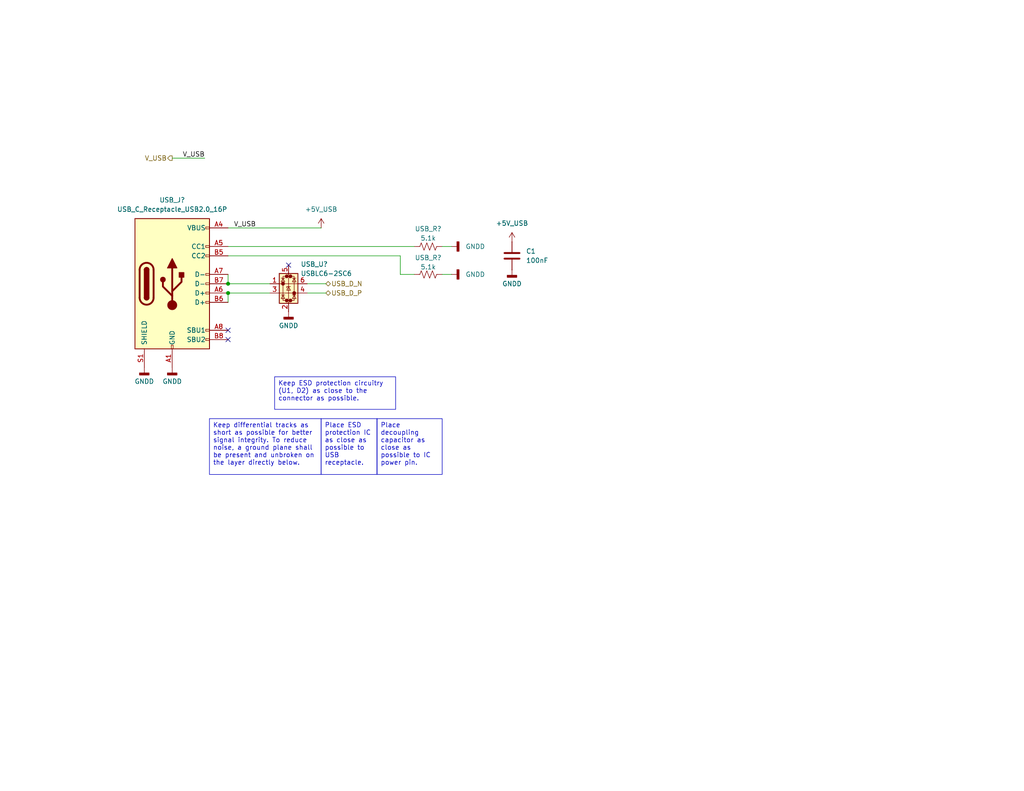
<source format=kicad_sch>
(kicad_sch (version 20250114) (generator "eeschema") (generator_version "9.0")
  (paper "USLetter")
  (title_block (title "Control Module Rev2") (date "2026-02-10") (rev "2.0") (company "Rowan Rocketry"))
  (lib_symbols
    (symbol "Connector:USB_C_Receptacle_USB2.0_16P" (pin_names (offset 1.016))
      (property "Reference" "J" (at 0 22.225 0))
      (property "Value" "USB_C_Receptacle_USB2.0_16P" (at 0 19.685 0))
      (symbol "USB_C_Receptacle_USB2.0_16P_0_0"
        (rectangle (start -0.254 -17.78) (end 0.254 -16.764))
        (rectangle (start 10.16 15.494) (end 9.144 14.986))
        (rectangle (start 10.16 10.414) (end 9.144 9.906))
        (rectangle (start 10.16 7.874) (end 9.144 7.366))
        (rectangle (start 10.16 2.794) (end 9.144 2.286))
        (rectangle (start 10.16 0.254) (end 9.144 -0.254))
        (rectangle (start 10.16 -2.286) (end 9.144 -2.794))
        (rectangle (start 10.16 -4.826) (end 9.144 -5.334))
        (rectangle (start 10.16 -12.446) (end 9.144 -12.954))
        (rectangle (start 10.16 -14.986) (end 9.144 -15.494))
      )
      (symbol "USB_C_Receptacle_USB2.0_16P_0_1"
        (rectangle (start -10.16 17.78) (end 10.16 -17.78) (stroke (width 0.254)) (fill (type background)))
        (polyline (pts (xy -8.89 -3.81) (xy -8.89 3.81)) (stroke (width 0.508)))
        (rectangle (start -7.62 -3.81) (end -6.35 3.81) (stroke (width 0.254)) (fill (type outline)))
        (arc (start -7.62 3.81) (mid -6.985 4.4423) (end -6.35 3.81) (stroke (width 0.254)))
        (arc (start -7.62 3.81) (mid -6.985 4.4423) (end -6.35 3.81) (stroke (width 0.254)) (fill (type outline)))
        (arc (start -8.89 3.81) (mid -6.985 5.7067) (end -5.08 3.81) (stroke (width 0.508)))
        (arc (start -5.08 -3.81) (mid -6.985 -5.7067) (end -8.89 -3.81) (stroke (width 0.508)))
        (arc (start -6.35 -3.81) (mid -6.985 -4.4423) (end -7.62 -3.81) (stroke (width 0.254)))
        (arc (start -6.35 -3.81) (mid -6.985 -4.4423) (end -7.62 -3.81) (stroke (width 0.254)) (fill (type outline)))
        (polyline (pts (xy -5.08 3.81) (xy -5.08 -3.81)) (stroke (width 0.508)))
        (circle (center -2.54 1.143) (radius 0.635) (stroke (width 0.254)) (fill (type outline)))
        (polyline (pts (xy -1.27 4.318) (xy 0 6.858) (xy 1.27 4.318) (xy -1.27 4.318)) (stroke (width 0.254)) (fill (type outline)))
        (polyline (pts (xy 0 -2.032) (xy 2.54 0.508) (xy 2.54 1.778)) (stroke (width 0.508)))
        (polyline (pts (xy 0 -3.302) (xy -2.54 -0.762) (xy -2.54 0.508)) (stroke (width 0.508)))
        (polyline (pts (xy 0 -5.842) (xy 0 4.318)) (stroke (width 0.508)))
        (circle (center 0 -5.842) (radius 1.27) (fill (type outline)))
        (rectangle (start 1.905 1.778) (end 3.175 3.048) (stroke (width 0.254)) (fill (type outline)))
      )
      (symbol "USB_C_Receptacle_USB2.0_16P_1_1"
        (pin passive line (at -7.62 -22.86 90) (length 5.08) (name "SHIELD") (number "S1"))
        (pin passive line (at 0 -22.86 90) (length 5.08) (name "GND") (number "A1"))
        (pin passive line (at 0 -22.86 90) (length 5.08) (hide yes) (name "GND") (number "A12"))
        (pin passive line (at 0 -22.86 90) (length 5.08) (hide yes) (name "GND") (number "B1"))
        (pin passive line (at 0 -22.86 90) (length 5.08) (hide yes) (name "GND") (number "B12"))
        (pin passive line (at 15.24 15.24 180) (length 5.08) (name "VBUS") (number "A4"))
        (pin passive line (at 15.24 15.24 180) (length 5.08) (hide yes) (name "VBUS") (number "A9"))
        (pin passive line (at 15.24 15.24 180) (length 5.08) (hide yes) (name "VBUS") (number "B4"))
        (pin passive line (at 15.24 15.24 180) (length 5.08) (hide yes) (name "VBUS") (number "B9"))
        (pin bidirectional line (at 15.24 10.16 180) (length 5.08) (name "CC1") (number "A5"))
        (pin bidirectional line (at 15.24 7.62 180) (length 5.08) (name "CC2") (number "B5"))
        (pin bidirectional line (at 15.24 2.54 180) (length 5.08) (name "D-") (number "A7"))
        (pin bidirectional line (at 15.24 0 180) (length 5.08) (name "D-") (number "B7"))
        (pin bidirectional line (at 15.24 -2.54 180) (length 5.08) (name "D+") (number "A6"))
        (pin bidirectional line (at 15.24 -5.08 180) (length 5.08) (name "D+") (number "B6"))
        (pin bidirectional line (at 15.24 -12.7 180) (length 5.08) (name "SBU1") (number "A8"))
        (pin bidirectional line (at 15.24 -15.24 180) (length 5.08) (name "SBU2") (number "B8"))
      )
    )
    (symbol "Device:C" (pin_numbers (hide yes)) (pin_names (offset 0.254))
      (property "Reference" "C" (at 0.635 2.54 0))
      (property "Value" "C" (at 0.635 -2.54 0))
      (symbol "C_0_1"
        (polyline (pts (xy -2.032 0.762) (xy 2.032 0.762)) (stroke (width 0.508)))
        (polyline (pts (xy -2.032 -0.762) (xy 2.032 -0.762)) (stroke (width 0.508)))
      )
      (symbol "C_1_1"
        (pin passive line (at 0 3.81 270) (length 2.794) (name "~") (number "1"))
        (pin passive line (at 0 -3.81 90) (length 2.794) (name "~") (number "2"))
      )
    )
    (symbol "Device:R_US" (pin_numbers (hide yes)) (pin_names (offset 0))
      (property "Reference" "R" (at 2.54 0 90))
      (property "Value" "R_US" (at -2.54 0 90))
      (symbol "R_US_0_1"
        (polyline (pts (xy 0 2.286) (xy 0 2.54)))
        (polyline (pts (xy 0 2.286) (xy 1.016 1.905) (xy 0 1.524) (xy -1.016 1.143) (xy 0 0.762)))
        (polyline (pts (xy 0 0.762) (xy 1.016 0.381) (xy 0 0) (xy -1.016 -0.381) (xy 0 -0.762)))
        (polyline (pts (xy 0 -0.762) (xy 1.016 -1.143) (xy 0 -1.524) (xy -1.016 -1.905) (xy 0 -2.286)))
        (polyline (pts (xy 0 -2.286) (xy 0 -2.54)))
      )
      (symbol "R_US_1_1"
        (pin passive line (at 0 3.81 270) (length 1.27) (name "~") (number "1"))
        (pin passive line (at 0 -3.81 90) (length 1.27) (name "~") (number "2"))
      )
    )
    (symbol "Power_Protection:USBLC6-2SC6" (pin_names (hide yes))
      (property "Reference" "U" (at 0.635 5.715 0))
      (property "Value" "USBLC6-2SC6" (at 0.635 3.81 0))
      (symbol "USBLC6-2SC6_0_0"
        (circle (center -1.524 0) (radius 0.0001) (stroke (width 0.508)))
        (circle (center -0.508 2.032) (radius 0.0001) (stroke (width 0.508)))
        (circle (center -0.508 -4.572) (radius 0.0001) (stroke (width 0.508)))
        (circle (center 0.508 2.032) (radius 0.0001) (stroke (width 0.508)))
        (circle (center 0.508 -4.572) (radius 0.0001) (stroke (width 0.508)))
        (circle (center 1.524 -2.54) (radius 0.0001) (stroke (width 0.508)))
      )
      (symbol "USBLC6-2SC6_0_1"
        (polyline (pts (xy -2.54 0) (xy 2.54 0)))
        (polyline (pts (xy -2.54 -2.54) (xy 2.54 -2.54)))
        (polyline (pts (xy -2.032 0.508) (xy -1.016 0.508) (xy -1.524 1.524) (xy -2.032 0.508)))
        (polyline (pts (xy -2.032 -3.048) (xy -1.016 -3.048)))
        (polyline (pts (xy -1.016 1.524) (xy -2.032 1.524)))
        (polyline (pts (xy -1.016 -4.064) (xy -2.032 -4.064) (xy -1.524 -3.048) (xy -1.016 -4.064)))
        (polyline (pts (xy -0.508 -1.143) (xy -0.508 -0.762) (xy 0.508 -0.762)))
        (polyline (pts (xy 0 2.54) (xy -0.508 2.032) (xy 0.508 2.032) (xy 0 1.524) (xy 0 -4.064) (xy -0.508 -4.572) (xy 0.508 -4.572) (xy 0 -5.08)))
        (polyline (pts (xy 0.508 -1.778) (xy -0.508 -1.778) (xy 0 -0.762) (xy 0.508 -1.778)))
        (polyline (pts (xy 1.016 1.524) (xy 2.032 1.524)))
        (polyline (pts (xy 1.016 -3.048) (xy 2.032 -3.048)))
        (polyline (pts (xy 2.032 0.508) (xy 1.016 0.508) (xy 1.524 1.524) (xy 2.032 0.508)))
        (polyline (pts (xy 2.032 -4.064) (xy 1.016 -4.064) (xy 1.524 -3.048) (xy 2.032 -4.064)))
      )
      (symbol "USBLC6-2SC6_1_1"
        (rectangle (start -2.54 2.794) (end 2.54 -5.334) (stroke (width 0.254)) (fill (type background)))
        (polyline (pts (xy -0.508 2.032) (xy -1.524 2.032) (xy -1.524 -4.572) (xy -0.508 -4.572)))
        (polyline (pts (xy 0.508 -4.572) (xy 1.524 -4.572) (xy 1.524 2.032) (xy 0.508 2.032)))
        (pin passive line (at -5.08 0 0) (length 2.54) (name "I/O1") (number "1"))
        (pin passive line (at -5.08 -2.54 0) (length 2.54) (name "I/O2") (number "3"))
        (pin passive line (at 0 5.08 270) (length 2.54) (name "VBUS") (number "5"))
        (pin passive line (at 0 -7.62 90) (length 2.54) (name "GND") (number "2"))
        (pin passive line (at 5.08 0 180) (length 2.54) (name "I/O1") (number "6"))
        (pin passive line (at 5.08 -2.54 180) (length 2.54) (name "I/O2") (number "4"))
      )
    )
    (symbol "power:+5V" (power) (pin_numbers (hide yes)) (pin_names (offset 0) (hide yes))
      (property "Value" "+5V" (at 0 3.556 0))
      (symbol "+5V_0_1"
        (polyline (pts (xy -0.762 1.27) (xy 0 2.54)))
        (polyline (pts (xy 0 2.54) (xy 0.762 1.27)))
        (polyline (pts (xy 0 0) (xy 0 2.54)))
      )
      (symbol "+5V_1_1"
        (pin power_in line (at 0 0 90) (length 0) (name "~") (number "1"))
      )
    )
    (symbol "power:GNDD" (power) (pin_numbers (hide yes)) (pin_names (offset 0) (hide yes))
      (property "Value" "GNDD" (at 0 -3.175 0))
      (symbol "GNDD_0_1"
        (rectangle (start -1.27 -1.524) (end 1.27 -2.032) (stroke (width 0.254)) (fill (type outline)))
        (polyline (pts (xy 0 0) (xy 0 -1.524)))
      )
      (symbol "GNDD_1_1"
        (pin power_in line (at 0 0 270) (length 0) (name "~") (number "1"))
      )
    )
  )
  (text_box "Place decoupling capacitor as close as possible to IC power pin." (at 102.87 114.3 0) (size 17.78 15.24) (margins 0.9525 0.9525 0.9525 0.9525) (effects (font (size 1.27 1.27)) (justify left top)))
  (text_box "Keep differential tracks as short as possible for better signal integrity. To reduce noise, a ground plane shall be present and unbroken on the layer directly below." (at 57.15 114.3 0) (size 30.48 15.24) (margins 0.9525 0.9525 0.9525 0.9525) (effects (font (size 1.27 1.27)) (justify left top)))
  (text_box "Place ESD protection IC as close as possible to USB receptacle." (at 87.63 114.3 0) (size 15.24 15.24) (margins 0.9525 0.9525 0.9525 0.9525) (effects (font (size 1.27 1.27)) (justify left top)))
  (text_box "Keep ESD protection circuitry (U1, D2) as close to the connector as possible." (at 74.93 102.87 0) (size 33.02 8.89) (margins 0.9525 0.9525 0.9525 0.9525) (effects (font (size 1.27 1.27)) (justify left top)))
  (junction (at 62.23 77.47))
  (junction (at 62.23 80.01))
  (no_connect (at 78.74 72.39))
  (no_connect (at 62.23 90.17))
  (no_connect (at 62.23 92.71))
  (wire (pts (xy 55.88 43.18) (xy 46.99 43.18)))
  (wire (pts (xy 120.65 74.93) (xy 123.19 74.93)))
  (wire (pts (xy 83.82 80.01) (xy 88.9 80.01)))
  (wire (pts (xy 62.23 80.01) (xy 73.66 80.01)))
  (wire (pts (xy 109.22 69.85) (xy 109.22 74.93)))
  (wire (pts (xy 83.82 77.47) (xy 88.9 77.47)))
  (wire (pts (xy 62.23 69.85) (xy 109.22 69.85)))
  (wire (pts (xy 62.23 74.93) (xy 62.23 77.47)))
  (wire (pts (xy 120.65 67.31) (xy 123.19 67.31)))
  (wire (pts (xy 62.23 62.23) (xy 87.63 62.23)))
  (wire (pts (xy 62.23 82.55) (xy 62.23 80.01)))
  (wire (pts (xy 109.22 74.93) (xy 113.03 74.93)))
  (wire (pts (xy 62.23 67.31) (xy 113.03 67.31)))
  (wire (pts (xy 62.23 77.47) (xy 73.66 77.47)))
  (label "V_USB" (at 69.85 62.23 180))
  (label "V_USB" (at 55.88 43.18 180))
  (hierarchical_label "USB_D_N" (shape bidirectional) (at 88.9 77.47 0))
  (hierarchical_label "V_USB" (shape output) (at 46.99 43.18 180))
  (hierarchical_label "USB_D_P" (shape bidirectional) (at 88.9 80.01 0))
  (symbol (lib_id "Power_Protection:USBLC6-2SC6") (at 78.74 77.47 0) (unit 1)
    (property "Reference" "U2" (at 82.042 72.136 0) (effects (justify left)))
    (property "Value" "USBLC6-2SC6" (at 82.042 74.676 0) (effects (justify left)))
    (property "Footprint" "Package_TO_SOT_SMD:SOT-23-6" (effects (hide yes)))
    (property "Datasheet" "https://www.st.com/resource/en/datasheet/usblc6-2.pdf" (effects (hide yes)))
    (property "Description" "Very low capacitance ESD protection diode, 2 data-line, SOT-23-6" (effects (hide yes)))
    (property "Purchase" "https://www.digikey.com/en/products/detail/stmicroelectronics/USBLC6-2SC6/1040559" (effects (hide yes)))
    (instances (project "Radio-Module" (path "" (reference "USB_U?") (unit 1))) (project "Radio-Module" (path "" (reference "U2") (unit 1))) (project "Main-Module" (path "" (reference "USB_U1") (unit 1))))
  )
  (symbol (lib_id "Connector:USB_C_Receptacle_USB2.0_16P") (at 46.99 77.47 0) (unit 1)
    (property "Reference" "J3" (at 46.99 54.61 0))
    (property "Value" "USB_C_Receptacle_USB2.0_16P" (at 46.99 57.15 0))
    (property "Footprint" "Connector_USB:USB_C_Receptacle_GCT_USB4105-xx-A_16P_TopMnt_Horizontal" (effects (hide yes)))
    (property "Datasheet" "https://www.usb.org/sites/default/files/documents/usb_type-c.zip" (effects (hide yes)))
    (property "Description" "USB 2.0-only 16P Type-C Receptacle connector" (effects (hide yes)))
    (property "Purchase" "https://www.digikey.com/en/products/detail/gct/USB4105-GF-A/11198441" (effects (hide yes)))
    (instances (project "Radio-Module" (path "" (reference "USB_J?") (unit 1))) (project "Radio-Module" (path "" (reference "J3") (unit 1))) (project "Main-Module" (path "" (reference "USB_J1") (unit 1))))
  )
  (symbol (lib_id "power:GNDD") (at 46.99 100.33 0) (unit 1)
    (property "Reference" "#PWR031" (effects (hide yes)))
    (property "Value" "GNDD" (at 46.99 104.14 0))
    (property "Description" "Power symbol creates a global label with name \"GNDD\" , digital ground" (effects (hide yes)))
    (instances (project "Radio-Module" (path "" (reference "#PWR?") (unit 1))) (project "Radio-Module" (path "" (reference "#PWR031") (unit 1))) (project "Main-Module" (path "" (reference "#PWR037") (unit 1))))
  )
  (symbol (lib_id "power:GNDD") (at 139.7 73.66 0) (unit 1)
    (property "Reference" "#PWR037" (effects (hide yes)))
    (property "Value" "GNDD" (at 139.7 77.47 0))
    (property "Description" "Power symbol creates a global label with name \"GNDD\" , digital ground" (effects (hide yes)))
  )
  (symbol (lib_id "power:GNDD") (at 39.37 100.33 0) (unit 1)
    (property "Reference" "#PWR030" (effects (hide yes)))
    (property "Value" "GNDD" (at 39.37 104.14 0))
    (property "Description" "Power symbol creates a global label with name \"GNDD\" , digital ground" (effects (hide yes)))
    (instances (project "Radio-Module" (path "" (reference "#PWR?") (unit 1))) (project "Radio-Module" (path "" (reference "#PWR030") (unit 1))) (project "Main-Module" (path "" (reference "#PWR036") (unit 1))))
  )
  (symbol (lib_id "power:+5V") (at 87.63 62.23 0) (unit 1)
    (property "Reference" "#PWR033" (effects (hide yes)))
    (property "Value" "+5V_USB" (at 87.63 57.15 0))
    (property "Description" "Power symbol creates a global label with name \"+5V\"" (effects (hide yes)))
  )
  (symbol (lib_id "Device:R_US") (at 116.84 74.93 90) (unit 1)
    (property "Reference" "R7" (at 116.84 70.358 90))
    (property "Value" "5.1k" (at 116.84 72.898 90))
    (property "Footprint" "Resistor_SMD:R_0603_1608Metric" (effects (hide yes)))
    (property "Description" "Resistor, US symbol" (effects (hide yes)))
    (instances (project "Radio-Module" (path "" (reference "USB_R?") (unit 1))) (project "Radio-Module" (path "" (reference "R7") (unit 1))) (project "Main-Module" (path "" (reference "USB_R2") (unit 1))))
  )
  (symbol (lib_id "Device:R_US") (at 116.84 67.31 90) (unit 1)
    (property "Reference" "R6" (at 116.84 62.484 90))
    (property "Value" "5.1k" (at 116.84 65.024 90))
    (property "Footprint" "Resistor_SMD:R_0603_1608Metric" (effects (hide yes)))
    (property "Description" "Resistor, US symbol" (effects (hide yes)))
    (instances (project "Radio-Module" (path "" (reference "USB_R?") (unit 1))) (project "Radio-Module" (path "" (reference "R6") (unit 1))) (project "Main-Module" (path "" (reference "USB_R1") (unit 1))))
  )
  (symbol (lib_id "power:+5V") (at 139.7 66.04 0) (unit 1)
    (property "Reference" "#PWR036" (effects (hide yes)))
    (property "Value" "+5V_USB" (at 139.7 60.96 0))
    (property "Description" "Power symbol creates a global label with name \"+5V\"" (effects (hide yes)))
  )
  (symbol (lib_id "Device:C") (at 139.7 69.85 0) (unit 1)
    (property "Reference" "C1" (at 143.51 68.5799 0) (effects (justify left)))
    (property "Value" "100nF" (at 143.51 71.1199 0) (effects (justify left)))
    (property "Footprint" "Capacitor_SMD:C_0603_1608Metric_Pad1.08x0.95mm_HandSolder" (effects (hide yes)))
    (property "Description" "Unpolarized capacitor" (effects (hide yes)))
  )
  (symbol (lib_id "power:GNDD") (at 123.19 74.93 90) (unit 1)
    (property "Reference" "#PWR035" (effects (hide yes)))
    (property "Value" "GNDD" (at 127 74.9299 90) (effects (justify right)))
    (property "Description" "Power symbol creates a global label with name \"GNDD\" , digital ground" (effects (hide yes)))
    (instances (project "Radio-Module" (path "" (reference "#PWR?") (unit 1))) (project "Radio-Module" (path "" (reference "#PWR035") (unit 1))) (project "Main-Module" (path "" (reference "#PWR041") (unit 1))))
  )
  (symbol (lib_id "power:GNDD") (at 78.74 85.09 0) (unit 1)
    (property "Reference" "#PWR032" (effects (hide yes)))
    (property "Value" "GNDD" (at 78.74 88.9 0))
    (property "Description" "Power symbol creates a global label with name \"GNDD\" , digital ground" (effects (hide yes)))
    (instances (project "Radio-Module" (path "" (reference "#PWR?") (unit 1))) (project "Radio-Module" (path "" (reference "#PWR032") (unit 1))) (project "Main-Module" (path "" (reference "#PWR038") (unit 1))))
  )
  (symbol (lib_id "power:GNDD") (at 123.19 67.31 90) (unit 1)
    (property "Reference" "#PWR034" (effects (hide yes)))
    (property "Value" "GNDD" (at 127 67.3099 90) (effects (justify right)))
    (property "Description" "Power symbol creates a global label with name \"GNDD\" , digital ground" (effects (hide yes)))
    (instances (project "Radio-Module" (path "" (reference "#PWR?") (unit 1))) (project "Radio-Module" (path "" (reference "#PWR034") (unit 1))) (project "Main-Module" (path "" (reference "#PWR040") (unit 1))))
  )
)
</source>
